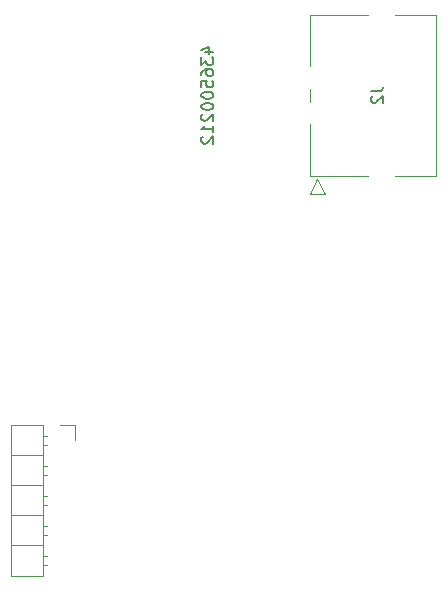
<source format=gbo>
G04 #@! TF.GenerationSoftware,KiCad,Pcbnew,(6.0.2)*
G04 #@! TF.CreationDate,2022-05-04T12:59:18-06:00*
G04 #@! TF.ProjectId,master_schematic,6d617374-6572-45f7-9363-68656d617469,rev?*
G04 #@! TF.SameCoordinates,Original*
G04 #@! TF.FileFunction,Legend,Bot*
G04 #@! TF.FilePolarity,Positive*
%FSLAX46Y46*%
G04 Gerber Fmt 4.6, Leading zero omitted, Abs format (unit mm)*
G04 Created by KiCad (PCBNEW (6.0.2)) date 2022-05-04 12:59:18*
%MOMM*%
%LPD*%
G01*
G04 APERTURE LIST*
%ADD10C,0.150000*%
%ADD11C,0.120000*%
%ADD12C,0.650000*%
%ADD13O,0.650000X0.950000*%
%ADD14O,1.400000X0.800000*%
%ADD15C,3.000000*%
%ADD16R,1.700000X1.700000*%
%ADD17O,1.700000X1.700000*%
%ADD18R,1.320800X1.320800*%
%ADD19C,1.320800*%
%ADD20R,2.919999X1.270000*%
%ADD21R,1.650000X3.430001*%
G04 APERTURE END LIST*
D10*
X74452380Y-94666666D02*
X75166666Y-94666666D01*
X75309523Y-94619047D01*
X75404761Y-94523809D01*
X75452380Y-94380952D01*
X75452380Y-94285714D01*
X74547619Y-95095238D02*
X74500000Y-95142857D01*
X74452380Y-95238095D01*
X74452380Y-95476190D01*
X74500000Y-95571428D01*
X74547619Y-95619047D01*
X74642857Y-95666666D01*
X74738095Y-95666666D01*
X74880952Y-95619047D01*
X75452380Y-95047619D01*
X75452380Y-95666666D01*
X60415715Y-91380952D02*
X61082381Y-91380952D01*
X60034762Y-91142857D02*
X60749048Y-90904761D01*
X60749048Y-91523809D01*
X60082381Y-91809523D02*
X60082381Y-92428571D01*
X60463334Y-92095238D01*
X60463334Y-92238095D01*
X60510953Y-92333333D01*
X60558572Y-92380952D01*
X60653810Y-92428571D01*
X60891905Y-92428571D01*
X60987143Y-92380952D01*
X61034762Y-92333333D01*
X61082381Y-92238095D01*
X61082381Y-91952380D01*
X61034762Y-91857142D01*
X60987143Y-91809523D01*
X60082381Y-93285714D02*
X60082381Y-93095238D01*
X60130001Y-93000000D01*
X60177620Y-92952380D01*
X60320477Y-92857142D01*
X60510953Y-92809523D01*
X60891905Y-92809523D01*
X60987143Y-92857142D01*
X61034762Y-92904761D01*
X61082381Y-93000000D01*
X61082381Y-93190476D01*
X61034762Y-93285714D01*
X60987143Y-93333333D01*
X60891905Y-93380952D01*
X60653810Y-93380952D01*
X60558572Y-93333333D01*
X60510953Y-93285714D01*
X60463334Y-93190476D01*
X60463334Y-93000000D01*
X60510953Y-92904761D01*
X60558572Y-92857142D01*
X60653810Y-92809523D01*
X60082381Y-94285714D02*
X60082381Y-93809523D01*
X60558572Y-93761904D01*
X60510953Y-93809523D01*
X60463334Y-93904761D01*
X60463334Y-94142857D01*
X60510953Y-94238095D01*
X60558572Y-94285714D01*
X60653810Y-94333333D01*
X60891905Y-94333333D01*
X60987143Y-94285714D01*
X61034762Y-94238095D01*
X61082381Y-94142857D01*
X61082381Y-93904761D01*
X61034762Y-93809523D01*
X60987143Y-93761904D01*
X60082381Y-94952380D02*
X60082381Y-95047619D01*
X60130001Y-95142857D01*
X60177620Y-95190476D01*
X60272858Y-95238095D01*
X60463334Y-95285714D01*
X60701429Y-95285714D01*
X60891905Y-95238095D01*
X60987143Y-95190476D01*
X61034762Y-95142857D01*
X61082381Y-95047619D01*
X61082381Y-94952380D01*
X61034762Y-94857142D01*
X60987143Y-94809523D01*
X60891905Y-94761904D01*
X60701429Y-94714285D01*
X60463334Y-94714285D01*
X60272858Y-94761904D01*
X60177620Y-94809523D01*
X60130001Y-94857142D01*
X60082381Y-94952380D01*
X60082381Y-95904761D02*
X60082381Y-96000000D01*
X60130001Y-96095238D01*
X60177620Y-96142857D01*
X60272858Y-96190476D01*
X60463334Y-96238095D01*
X60701429Y-96238095D01*
X60891905Y-96190476D01*
X60987143Y-96142857D01*
X61034762Y-96095238D01*
X61082381Y-96000000D01*
X61082381Y-95904761D01*
X61034762Y-95809523D01*
X60987143Y-95761904D01*
X60891905Y-95714285D01*
X60701429Y-95666666D01*
X60463334Y-95666666D01*
X60272858Y-95714285D01*
X60177620Y-95761904D01*
X60130001Y-95809523D01*
X60082381Y-95904761D01*
X60177620Y-96619047D02*
X60130001Y-96666666D01*
X60082381Y-96761904D01*
X60082381Y-97000000D01*
X60130001Y-97095238D01*
X60177620Y-97142857D01*
X60272858Y-97190476D01*
X60368096Y-97190476D01*
X60510953Y-97142857D01*
X61082381Y-96571428D01*
X61082381Y-97190476D01*
X61082381Y-98142857D02*
X61082381Y-97571428D01*
X61082381Y-97857142D02*
X60082381Y-97857142D01*
X60225239Y-97761904D01*
X60320477Y-97666666D01*
X60368096Y-97571428D01*
X60177620Y-98523809D02*
X60130001Y-98571428D01*
X60082381Y-98666666D01*
X60082381Y-98904761D01*
X60130001Y-99000000D01*
X60177620Y-99047619D01*
X60272858Y-99095238D01*
X60368096Y-99095238D01*
X60510953Y-99047619D01*
X61082381Y-98476190D01*
X61082381Y-99095238D01*
D11*
X46978000Y-123856800D02*
X46648000Y-123856800D01*
X46648000Y-130586800D02*
X43988000Y-130586800D01*
X46648000Y-128046800D02*
X43988000Y-128046800D01*
X46648000Y-122906800D02*
X46648000Y-135726800D01*
X46978000Y-124616800D02*
X46648000Y-124616800D01*
X47045071Y-128936800D02*
X46648000Y-128936800D01*
X43988000Y-122906800D02*
X46648000Y-122906800D01*
X47045071Y-129696800D02*
X46648000Y-129696800D01*
X47045071Y-134776800D02*
X46648000Y-134776800D01*
X47045071Y-126396800D02*
X46648000Y-126396800D01*
X47045071Y-134016800D02*
X46648000Y-134016800D01*
X43988000Y-135726800D02*
X43988000Y-122906800D01*
X47045071Y-127156800D02*
X46648000Y-127156800D01*
X47045071Y-131476800D02*
X46648000Y-131476800D01*
X49358000Y-124236800D02*
X49358000Y-122966800D01*
X46648000Y-135726800D02*
X43988000Y-135726800D01*
X49358000Y-122966800D02*
X48088000Y-122966800D01*
X47045071Y-132236800D02*
X46648000Y-132236800D01*
X46648000Y-133126800D02*
X43988000Y-133126800D01*
X46648000Y-125506800D02*
X43988000Y-125506800D01*
X69245000Y-103348987D02*
X70515000Y-103348987D01*
X69249999Y-92544960D02*
X69249999Y-88175015D01*
X70515000Y-103348987D02*
X69880000Y-102078987D01*
X79950000Y-101824987D02*
X76495052Y-101824987D01*
X69880000Y-102078987D02*
X69245000Y-103348987D01*
X76495052Y-88175015D02*
X79950000Y-88175015D01*
X69249999Y-95544960D02*
X69249999Y-94455040D01*
X69249999Y-101824987D02*
X69249999Y-97455040D01*
X69249999Y-88175015D02*
X74204972Y-88175015D01*
X79950000Y-88175015D02*
X79950000Y-101824987D01*
X74204972Y-101824987D02*
X69249999Y-101824987D01*
%LPC*%
D12*
X47692400Y-69044000D03*
D13*
X47692400Y-76244000D03*
D14*
X40492400Y-68154000D03*
X46442400Y-76774000D03*
X40492400Y-77134000D03*
X46442400Y-68514000D03*
D15*
X121442000Y-141730000D03*
D16*
X128362000Y-76825000D03*
D17*
X130902000Y-76825000D03*
X128362000Y-79365000D03*
X130902000Y-79365000D03*
X128362000Y-81905000D03*
X130902000Y-81905000D03*
X128362000Y-84445000D03*
X130902000Y-84445000D03*
X128362000Y-86985000D03*
X130902000Y-86985000D03*
X128362000Y-89525000D03*
X130902000Y-89525000D03*
X128362000Y-92065000D03*
X130902000Y-92065000D03*
X128362000Y-94605000D03*
X130902000Y-94605000D03*
X128362000Y-97145000D03*
X130902000Y-97145000D03*
X128362000Y-99685000D03*
X130902000Y-99685000D03*
X128362000Y-102225000D03*
X130902000Y-102225000D03*
X128362000Y-104765000D03*
X130902000Y-104765000D03*
X128362000Y-107305000D03*
X130902000Y-107305000D03*
X128362000Y-109845000D03*
X130902000Y-109845000D03*
X128362000Y-112385000D03*
X130902000Y-112385000D03*
X128362000Y-114925000D03*
X130902000Y-114925000D03*
X128362000Y-117465000D03*
X130902000Y-117465000D03*
X128362000Y-120005000D03*
X130902000Y-120005000D03*
X128362000Y-122545000D03*
X130902000Y-122545000D03*
X128362000Y-125085000D03*
X130902000Y-125085000D03*
D18*
X64008000Y-137922000D03*
D19*
X66548000Y-137922000D03*
X69088000Y-137922000D03*
X71628000Y-137922000D03*
X74168000Y-137922000D03*
X76708000Y-137922000D03*
X79248000Y-137922000D03*
X81788000Y-137922000D03*
X84328000Y-137922000D03*
X86868000Y-137922000D03*
X89408000Y-137922000D03*
X91948000Y-137922000D03*
X94488000Y-137922000D03*
X97028000Y-137922000D03*
X97028000Y-130302000D03*
X94488000Y-130302000D03*
X91948000Y-130302000D03*
X89408000Y-130302000D03*
X86868000Y-130302000D03*
X84328000Y-130302000D03*
X81788000Y-130302000D03*
X79248000Y-130302000D03*
X76708000Y-130302000D03*
X74168000Y-130302000D03*
X71628000Y-130302000D03*
X69088000Y-130302000D03*
X66548000Y-130302000D03*
X64008000Y-130302000D03*
D15*
X41742000Y-60030000D03*
X41742000Y-141730000D03*
X121442000Y-60030000D03*
D16*
X48088000Y-124236800D03*
D17*
X48088000Y-126776800D03*
X48088000Y-129316800D03*
X48088000Y-131856800D03*
X48088000Y-134396800D03*
D20*
X69880000Y-96500000D03*
X69880000Y-93500000D03*
D21*
X75350012Y-100385006D03*
X75350012Y-89614994D03*
M02*

</source>
